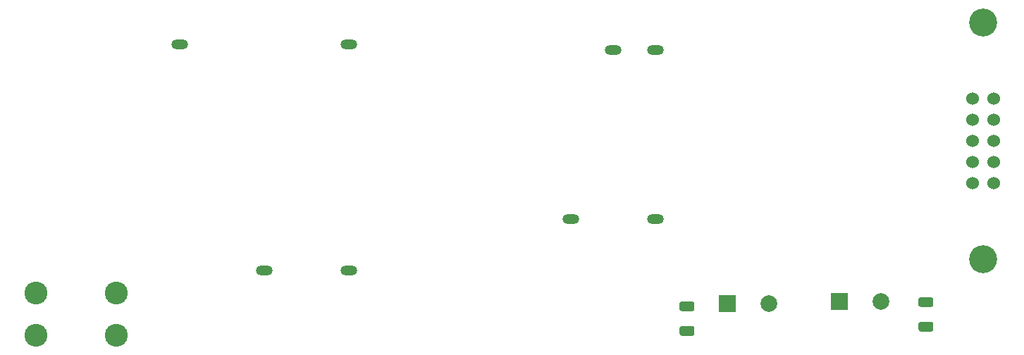
<source format=gbr>
%TF.GenerationSoftware,KiCad,Pcbnew,(5.1.9)-1*%
%TF.CreationDate,2021-03-26T17:10:42+01:00*%
%TF.ProjectId,Power Supply,506f7765-7220-4537-9570-706c792e6b69,rev?*%
%TF.SameCoordinates,Original*%
%TF.FileFunction,Soldermask,Top*%
%TF.FilePolarity,Negative*%
%FSLAX46Y46*%
G04 Gerber Fmt 4.6, Leading zero omitted, Abs format (unit mm)*
G04 Created by KiCad (PCBNEW (5.1.9)-1) date 2021-03-26 17:10:42*
%MOMM*%
%LPD*%
G01*
G04 APERTURE LIST*
%ADD10C,2.745000*%
%ADD11C,1.524000*%
%ADD12C,3.352800*%
%ADD13O,2.000000X1.200000*%
%ADD14C,2.000000*%
%ADD15R,2.000000X2.000000*%
G04 APERTURE END LIST*
D10*
%TO.C,J2*%
X109982000Y-136398000D03*
X109982000Y-131318000D03*
%TD*%
%TO.C,J1*%
X119634000Y-136398000D03*
X119634000Y-131318000D03*
%TD*%
D11*
%TO.C,J3*%
X225044000Y-107950000D03*
X222504000Y-107950000D03*
X225044000Y-110490000D03*
X222504000Y-110490000D03*
X225044000Y-113030000D03*
X222504000Y-113030000D03*
X225044000Y-115570000D03*
X222504000Y-115570000D03*
X225044000Y-118110000D03*
X222504000Y-118110000D03*
D12*
X223774000Y-98818700D03*
X223774000Y-127241300D03*
%TD*%
D13*
%TO.C,U2*%
X137414000Y-128652000D03*
X147574000Y-128652000D03*
X127254000Y-101472000D03*
X147574000Y-101472000D03*
%TD*%
%TO.C,U1*%
X174244000Y-122428000D03*
X184404000Y-122428000D03*
X179324000Y-102108000D03*
X184404000Y-102108000D03*
%TD*%
D14*
%TO.C,C4*%
X211502000Y-132334000D03*
D15*
X206502000Y-132334000D03*
%TD*%
D14*
%TO.C,C3*%
X198040000Y-132588000D03*
D15*
X193040000Y-132588000D03*
%TD*%
%TO.C,C2*%
G36*
G01*
X217566001Y-133007000D02*
X216265999Y-133007000D01*
G75*
G02*
X216016000Y-132757001I0J249999D01*
G01*
X216016000Y-132106999D01*
G75*
G02*
X216265999Y-131857000I249999J0D01*
G01*
X217566001Y-131857000D01*
G75*
G02*
X217816000Y-132106999I0J-249999D01*
G01*
X217816000Y-132757001D01*
G75*
G02*
X217566001Y-133007000I-249999J0D01*
G01*
G37*
G36*
G01*
X217566001Y-135957000D02*
X216265999Y-135957000D01*
G75*
G02*
X216016000Y-135707001I0J249999D01*
G01*
X216016000Y-135056999D01*
G75*
G02*
X216265999Y-134807000I249999J0D01*
G01*
X217566001Y-134807000D01*
G75*
G02*
X217816000Y-135056999I0J-249999D01*
G01*
X217816000Y-135707001D01*
G75*
G02*
X217566001Y-135957000I-249999J0D01*
G01*
G37*
%TD*%
%TO.C,C1*%
G36*
G01*
X187563999Y-135315000D02*
X188864001Y-135315000D01*
G75*
G02*
X189114000Y-135564999I0J-249999D01*
G01*
X189114000Y-136215001D01*
G75*
G02*
X188864001Y-136465000I-249999J0D01*
G01*
X187563999Y-136465000D01*
G75*
G02*
X187314000Y-136215001I0J249999D01*
G01*
X187314000Y-135564999D01*
G75*
G02*
X187563999Y-135315000I249999J0D01*
G01*
G37*
G36*
G01*
X187563999Y-132365000D02*
X188864001Y-132365000D01*
G75*
G02*
X189114000Y-132614999I0J-249999D01*
G01*
X189114000Y-133265001D01*
G75*
G02*
X188864001Y-133515000I-249999J0D01*
G01*
X187563999Y-133515000D01*
G75*
G02*
X187314000Y-133265001I0J249999D01*
G01*
X187314000Y-132614999D01*
G75*
G02*
X187563999Y-132365000I249999J0D01*
G01*
G37*
%TD*%
M02*

</source>
